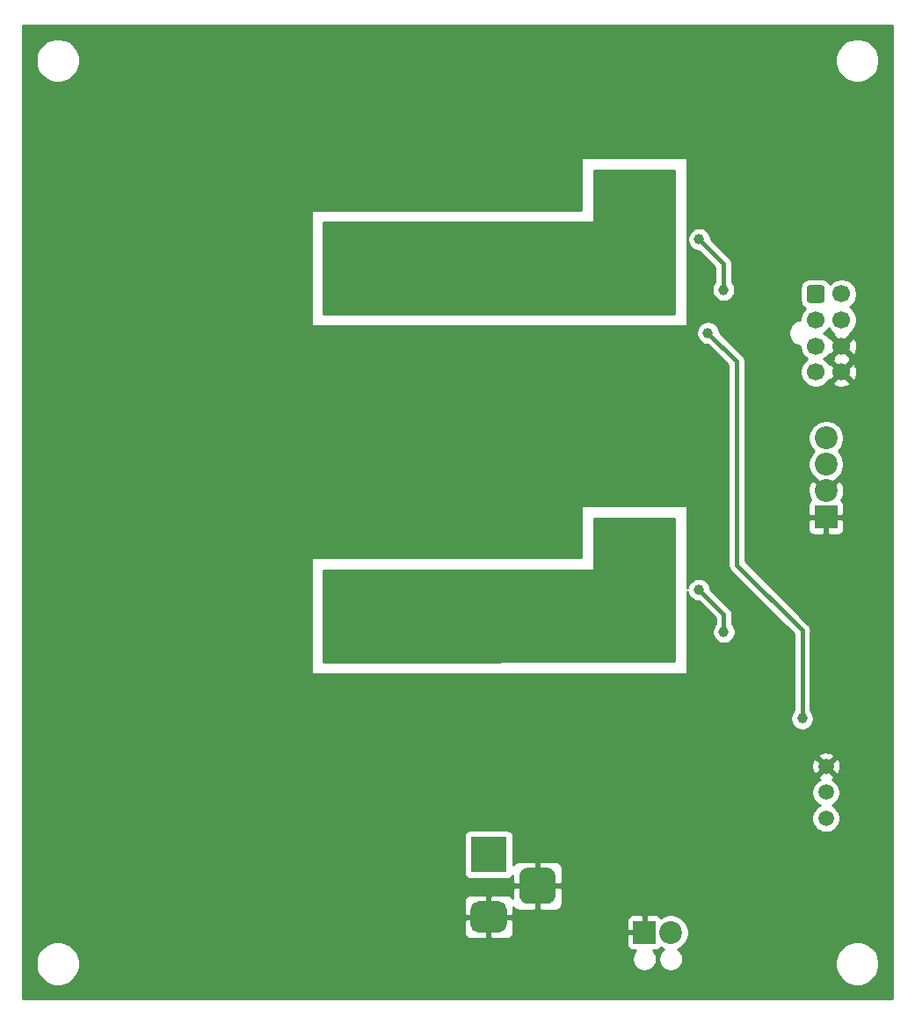
<source format=gbr>
%TF.GenerationSoftware,KiCad,Pcbnew,(5.1.8)-1*%
%TF.CreationDate,2021-03-29T18:58:24+02:00*%
%TF.ProjectId,GCM_powerSupply,47434d5f-706f-4776-9572-537570706c79,V1.0*%
%TF.SameCoordinates,PX43b5fc0PY29020c0*%
%TF.FileFunction,Copper,L2,Bot*%
%TF.FilePolarity,Positive*%
%FSLAX46Y46*%
G04 Gerber Fmt 4.6, Leading zero omitted, Abs format (unit mm)*
G04 Created by KiCad (PCBNEW (5.1.8)-1) date 2021-03-29 18:58:24*
%MOMM*%
%LPD*%
G01*
G04 APERTURE LIST*
%TA.AperFunction,ComponentPad*%
%ADD10R,2.200000X2.200000*%
%TD*%
%TA.AperFunction,ComponentPad*%
%ADD11C,2.200000*%
%TD*%
%TA.AperFunction,ComponentPad*%
%ADD12R,3.500000X3.500000*%
%TD*%
%TA.AperFunction,ComponentPad*%
%ADD13C,1.700000*%
%TD*%
%TA.AperFunction,ComponentPad*%
%ADD14C,1.500000*%
%TD*%
%TA.AperFunction,ViaPad*%
%ADD15C,1.000000*%
%TD*%
%TA.AperFunction,Conductor*%
%ADD16C,0.400000*%
%TD*%
%TA.AperFunction,Conductor*%
%ADD17C,0.254000*%
%TD*%
%TA.AperFunction,Conductor*%
%ADD18C,0.100000*%
%TD*%
G04 APERTURE END LIST*
D10*
%TO.P,J1,1*%
%TO.N,GND*%
X60500000Y-88000000D03*
D11*
%TO.P,J1,2*%
%TO.N,Net-(D2-Pad2)*%
X63040000Y-88000000D03*
%TD*%
D12*
%TO.P,J2,1*%
%TO.N,Net-(D1-Pad2)*%
X45500000Y-80500000D03*
%TO.P,J2,2*%
%TO.N,GND*%
%TA.AperFunction,ComponentPad*%
G36*
G01*
X46500000Y-88000000D02*
X44500000Y-88000000D01*
G75*
G02*
X43750000Y-87250000I0J750000D01*
G01*
X43750000Y-85750000D01*
G75*
G02*
X44500000Y-85000000I750000J0D01*
G01*
X46500000Y-85000000D01*
G75*
G02*
X47250000Y-85750000I0J-750000D01*
G01*
X47250000Y-87250000D01*
G75*
G02*
X46500000Y-88000000I-750000J0D01*
G01*
G37*
%TD.AperFunction*%
%TO.P,J2,3*%
%TA.AperFunction,ComponentPad*%
G36*
G01*
X51075000Y-85250000D02*
X49325000Y-85250000D01*
G75*
G02*
X48450000Y-84375000I0J875000D01*
G01*
X48450000Y-82625000D01*
G75*
G02*
X49325000Y-81750000I875000J0D01*
G01*
X51075000Y-81750000D01*
G75*
G02*
X51950000Y-82625000I0J-875000D01*
G01*
X51950000Y-84375000D01*
G75*
G02*
X51075000Y-85250000I-875000J0D01*
G01*
G37*
%TD.AperFunction*%
%TD*%
%TO.P,J3,1*%
%TO.N,+12V*%
%TA.AperFunction,ComponentPad*%
G36*
G01*
X76150000Y-27100000D02*
X76150000Y-25900000D01*
G75*
G02*
X76400000Y-25650000I250000J0D01*
G01*
X77600000Y-25650000D01*
G75*
G02*
X77850000Y-25900000I0J-250000D01*
G01*
X77850000Y-27100000D01*
G75*
G02*
X77600000Y-27350000I-250000J0D01*
G01*
X76400000Y-27350000D01*
G75*
G02*
X76150000Y-27100000I0J250000D01*
G01*
G37*
%TD.AperFunction*%
D13*
%TO.P,J3,2*%
X77000000Y-29000000D03*
%TO.P,J3,3*%
%TO.N,+5V*%
X77000000Y-31500000D03*
%TO.P,J3,4*%
X77000000Y-34000000D03*
%TO.P,J3,5*%
%TO.N,+3V3*%
X79500000Y-26500000D03*
%TO.P,J3,6*%
X79500000Y-29000000D03*
%TO.P,J3,7*%
%TO.N,GND*%
X79500000Y-31500000D03*
%TO.P,J3,8*%
X79500000Y-34000000D03*
%TD*%
D10*
%TO.P,J4,1*%
%TO.N,GND*%
X78000000Y-48000000D03*
D11*
%TO.P,J4,2*%
X78000000Y-45460000D03*
%TO.P,J4,3*%
%TO.N,+3V3*%
X78000000Y-42920000D03*
%TO.P,J4,4*%
%TO.N,+5V*%
X78000000Y-40380000D03*
%TD*%
D14*
%TO.P,SW1,1*%
%TO.N,VCC*%
X78000000Y-77000000D03*
%TO.P,SW1,2*%
%TO.N,/EN*%
X78000000Y-74500000D03*
%TO.P,SW1,3*%
%TO.N,GND*%
X78000000Y-72000000D03*
%TD*%
D15*
%TO.N,GND*%
X53500000Y-50000000D03*
X52000000Y-50000000D03*
X50500000Y-50000000D03*
X49000000Y-50000000D03*
X47500000Y-50000000D03*
X46000000Y-50000000D03*
X47500000Y-42000000D03*
X47500000Y-46000000D03*
X53000000Y-16000000D03*
X51500000Y-16000000D03*
X50000000Y-16000000D03*
X48500000Y-16000000D03*
X47000000Y-16000000D03*
X48000000Y-12500000D03*
X48000000Y-8500000D03*
X48000000Y-4500000D03*
%TO.N,Net-(C7-Pad1)*%
X59600000Y-50010000D03*
X31500000Y-60500000D03*
X32500000Y-60500000D03*
X33500000Y-60500000D03*
X34500000Y-60500000D03*
X35500000Y-60500000D03*
X59500000Y-55000000D03*
X58500000Y-55000000D03*
X57500000Y-55000000D03*
%TO.N,Net-(C8-Pad1)*%
X59500000Y-21500000D03*
X58500000Y-21500000D03*
X57500000Y-21500000D03*
X31500000Y-27000000D03*
X32500000Y-27000000D03*
X33500000Y-27000000D03*
X34500000Y-27000000D03*
X35500000Y-27000000D03*
X60030000Y-16480000D03*
%TO.N,/EN*%
X75700000Y-67390000D03*
X66630000Y-30240000D03*
%TO.N,Net-(R1-Pad2)*%
X65750000Y-54990000D03*
X68150000Y-59050000D03*
%TO.N,Net-(R2-Pad2)*%
X68120000Y-26090000D03*
X65780000Y-21230000D03*
%TD*%
D16*
%TO.N,/EN*%
X75700000Y-67390000D02*
X75700000Y-58890000D01*
X75700000Y-58890000D02*
X69390000Y-52580000D01*
X69390000Y-33000000D02*
X66630000Y-30240000D01*
X69390000Y-52580000D02*
X69390000Y-33000000D01*
%TO.N,Net-(R1-Pad2)*%
X68150000Y-57390000D02*
X68150000Y-59050000D01*
X65750000Y-54990000D02*
X68150000Y-57390000D01*
%TO.N,Net-(R2-Pad2)*%
X68120000Y-26090000D02*
X68120000Y-23570000D01*
X65780000Y-21230000D02*
X68120000Y-23570000D01*
%TD*%
D17*
%TO.N,Net-(C7-Pad1)*%
X63373000Y-61873084D02*
X29627000Y-61895287D01*
X29627000Y-53127000D01*
X55500000Y-53127000D01*
X55524776Y-53124560D01*
X55548601Y-53117333D01*
X55570557Y-53105597D01*
X55589803Y-53089803D01*
X55605597Y-53070557D01*
X55617333Y-53048601D01*
X55624560Y-53024776D01*
X55627000Y-53000000D01*
X55627000Y-48127000D01*
X63373000Y-48127000D01*
X63373000Y-61873084D01*
%TA.AperFunction,Conductor*%
D18*
G36*
X63373000Y-61873084D02*
G01*
X29627000Y-61895287D01*
X29627000Y-53127000D01*
X55500000Y-53127000D01*
X55524776Y-53124560D01*
X55548601Y-53117333D01*
X55570557Y-53105597D01*
X55589803Y-53089803D01*
X55605597Y-53070557D01*
X55617333Y-53048601D01*
X55624560Y-53024776D01*
X55627000Y-53000000D01*
X55627000Y-48127000D01*
X63373000Y-48127000D01*
X63373000Y-61873084D01*
G37*
%TD.AperFunction*%
%TD*%
D17*
%TO.N,Net-(C8-Pad1)*%
X63373000Y-28373084D02*
X29627000Y-28395287D01*
X29627000Y-19627000D01*
X55500000Y-19627000D01*
X55524776Y-19624560D01*
X55548601Y-19617333D01*
X55570557Y-19605597D01*
X55589803Y-19589803D01*
X55605597Y-19570557D01*
X55617333Y-19548601D01*
X55624560Y-19524776D01*
X55627000Y-19500000D01*
X55627000Y-14627000D01*
X63373000Y-14627000D01*
X63373000Y-28373084D01*
%TA.AperFunction,Conductor*%
D18*
G36*
X63373000Y-28373084D02*
G01*
X29627000Y-28395287D01*
X29627000Y-19627000D01*
X55500000Y-19627000D01*
X55524776Y-19624560D01*
X55548601Y-19617333D01*
X55570557Y-19605597D01*
X55589803Y-19589803D01*
X55605597Y-19570557D01*
X55617333Y-19548601D01*
X55624560Y-19524776D01*
X55627000Y-19500000D01*
X55627000Y-14627000D01*
X63373000Y-14627000D01*
X63373000Y-28373084D01*
G37*
%TD.AperFunction*%
%TD*%
D17*
%TO.N,GND*%
X84340001Y-90967572D02*
X84340000Y-90967582D01*
X84340001Y-94340000D01*
X660000Y-94340000D01*
X660000Y-90789721D01*
X1865000Y-90789721D01*
X1865000Y-91210279D01*
X1947047Y-91622756D01*
X2107988Y-92011302D01*
X2341637Y-92360983D01*
X2639017Y-92658363D01*
X2988698Y-92892012D01*
X3377244Y-93052953D01*
X3789721Y-93135000D01*
X4210279Y-93135000D01*
X4622756Y-93052953D01*
X5011302Y-92892012D01*
X5360983Y-92658363D01*
X5658363Y-92360983D01*
X5892012Y-92011302D01*
X6052953Y-91622756D01*
X6135000Y-91210279D01*
X6135000Y-90789721D01*
X6052953Y-90377244D01*
X5892012Y-89988698D01*
X5658363Y-89639017D01*
X5360983Y-89341637D01*
X5011302Y-89107988D01*
X4992018Y-89100000D01*
X58761928Y-89100000D01*
X58774188Y-89224482D01*
X58810498Y-89344180D01*
X58869463Y-89454494D01*
X58948815Y-89551185D01*
X59045506Y-89630537D01*
X59155820Y-89689502D01*
X59275518Y-89725812D01*
X59400000Y-89738072D01*
X59626940Y-89737216D01*
X59579550Y-89784606D01*
X59449866Y-89978692D01*
X59360539Y-90194348D01*
X59315000Y-90423288D01*
X59315000Y-90656712D01*
X59360539Y-90885652D01*
X59449866Y-91101308D01*
X59579550Y-91295394D01*
X59744606Y-91460450D01*
X59938692Y-91590134D01*
X60154348Y-91679461D01*
X60383288Y-91725000D01*
X60616712Y-91725000D01*
X60845652Y-91679461D01*
X61061308Y-91590134D01*
X61255394Y-91460450D01*
X61420450Y-91295394D01*
X61550134Y-91101308D01*
X61639461Y-90885652D01*
X61685000Y-90656712D01*
X61685000Y-90423288D01*
X61639461Y-90194348D01*
X61550134Y-89978692D01*
X61420450Y-89784606D01*
X61373060Y-89737216D01*
X61600000Y-89738072D01*
X61724482Y-89725812D01*
X61844180Y-89689502D01*
X61954494Y-89630537D01*
X62051185Y-89551185D01*
X62117557Y-89470310D01*
X62218169Y-89537537D01*
X62334952Y-89585910D01*
X62284606Y-89619550D01*
X62119550Y-89784606D01*
X61989866Y-89978692D01*
X61900539Y-90194348D01*
X61855000Y-90423288D01*
X61855000Y-90656712D01*
X61900539Y-90885652D01*
X61989866Y-91101308D01*
X62119550Y-91295394D01*
X62284606Y-91460450D01*
X62478692Y-91590134D01*
X62694348Y-91679461D01*
X62923288Y-91725000D01*
X63156712Y-91725000D01*
X63385652Y-91679461D01*
X63601308Y-91590134D01*
X63795394Y-91460450D01*
X63960450Y-91295394D01*
X64090134Y-91101308D01*
X64179461Y-90885652D01*
X64198542Y-90789721D01*
X78865000Y-90789721D01*
X78865000Y-91210279D01*
X78947047Y-91622756D01*
X79107988Y-92011302D01*
X79341637Y-92360983D01*
X79639017Y-92658363D01*
X79988698Y-92892012D01*
X80377244Y-93052953D01*
X80789721Y-93135000D01*
X81210279Y-93135000D01*
X81622756Y-93052953D01*
X82011302Y-92892012D01*
X82360983Y-92658363D01*
X82658363Y-92360983D01*
X82892012Y-92011302D01*
X83052953Y-91622756D01*
X83135000Y-91210279D01*
X83135000Y-90789721D01*
X83052953Y-90377244D01*
X82892012Y-89988698D01*
X82658363Y-89639017D01*
X82360983Y-89341637D01*
X82011302Y-89107988D01*
X81622756Y-88947047D01*
X81210279Y-88865000D01*
X80789721Y-88865000D01*
X80377244Y-88947047D01*
X79988698Y-89107988D01*
X79639017Y-89341637D01*
X79341637Y-89639017D01*
X79107988Y-89988698D01*
X78947047Y-90377244D01*
X78865000Y-90789721D01*
X64198542Y-90789721D01*
X64225000Y-90656712D01*
X64225000Y-90423288D01*
X64179461Y-90194348D01*
X64090134Y-89978692D01*
X63960450Y-89784606D01*
X63795394Y-89619550D01*
X63745048Y-89585910D01*
X63861831Y-89537537D01*
X64145998Y-89347663D01*
X64387663Y-89105998D01*
X64577537Y-88821831D01*
X64708325Y-88506081D01*
X64775000Y-88170883D01*
X64775000Y-87829117D01*
X64708325Y-87493919D01*
X64577537Y-87178169D01*
X64387663Y-86894002D01*
X64145998Y-86652337D01*
X63861831Y-86462463D01*
X63546081Y-86331675D01*
X63210883Y-86265000D01*
X62869117Y-86265000D01*
X62533919Y-86331675D01*
X62218169Y-86462463D01*
X62117557Y-86529690D01*
X62051185Y-86448815D01*
X61954494Y-86369463D01*
X61844180Y-86310498D01*
X61724482Y-86274188D01*
X61600000Y-86261928D01*
X60785750Y-86265000D01*
X60627000Y-86423750D01*
X60627000Y-87873000D01*
X60647000Y-87873000D01*
X60647000Y-88127000D01*
X60627000Y-88127000D01*
X60627000Y-88147000D01*
X60373000Y-88147000D01*
X60373000Y-88127000D01*
X58923750Y-88127000D01*
X58765000Y-88285750D01*
X58761928Y-89100000D01*
X4992018Y-89100000D01*
X4622756Y-88947047D01*
X4210279Y-88865000D01*
X3789721Y-88865000D01*
X3377244Y-88947047D01*
X2988698Y-89107988D01*
X2639017Y-89341637D01*
X2341637Y-89639017D01*
X2107988Y-89988698D01*
X1947047Y-90377244D01*
X1865000Y-90789721D01*
X660000Y-90789721D01*
X660000Y-88000000D01*
X43111928Y-88000000D01*
X43124188Y-88124482D01*
X43160498Y-88244180D01*
X43219463Y-88354494D01*
X43298815Y-88451185D01*
X43395506Y-88530537D01*
X43505820Y-88589502D01*
X43625518Y-88625812D01*
X43750000Y-88638072D01*
X45214250Y-88635000D01*
X45373000Y-88476250D01*
X45373000Y-86627000D01*
X45627000Y-86627000D01*
X45627000Y-88476250D01*
X45785750Y-88635000D01*
X47250000Y-88638072D01*
X47374482Y-88625812D01*
X47494180Y-88589502D01*
X47604494Y-88530537D01*
X47701185Y-88451185D01*
X47780537Y-88354494D01*
X47839502Y-88244180D01*
X47875812Y-88124482D01*
X47888072Y-88000000D01*
X47885290Y-86900000D01*
X58761928Y-86900000D01*
X58765000Y-87714250D01*
X58923750Y-87873000D01*
X60373000Y-87873000D01*
X60373000Y-86423750D01*
X60214250Y-86265000D01*
X59400000Y-86261928D01*
X59275518Y-86274188D01*
X59155820Y-86310498D01*
X59045506Y-86369463D01*
X58948815Y-86448815D01*
X58869463Y-86545506D01*
X58810498Y-86655820D01*
X58774188Y-86775518D01*
X58761928Y-86900000D01*
X47885290Y-86900000D01*
X47885000Y-86785750D01*
X47726250Y-86627000D01*
X45627000Y-86627000D01*
X45373000Y-86627000D01*
X43273750Y-86627000D01*
X43115000Y-86785750D01*
X43111928Y-88000000D01*
X660000Y-88000000D01*
X660000Y-85000000D01*
X43111928Y-85000000D01*
X43115000Y-86214250D01*
X43273750Y-86373000D01*
X45373000Y-86373000D01*
X45373000Y-84523750D01*
X45627000Y-84523750D01*
X45627000Y-86373000D01*
X47726250Y-86373000D01*
X47885000Y-86214250D01*
X47886698Y-85543195D01*
X47919463Y-85604494D01*
X47998815Y-85701185D01*
X48095506Y-85780537D01*
X48205820Y-85839502D01*
X48325518Y-85875812D01*
X48450000Y-85888072D01*
X49914250Y-85885000D01*
X50073000Y-85726250D01*
X50073000Y-83627000D01*
X50327000Y-83627000D01*
X50327000Y-85726250D01*
X50485750Y-85885000D01*
X51950000Y-85888072D01*
X52074482Y-85875812D01*
X52194180Y-85839502D01*
X52304494Y-85780537D01*
X52401185Y-85701185D01*
X52480537Y-85604494D01*
X52539502Y-85494180D01*
X52575812Y-85374482D01*
X52588072Y-85250000D01*
X52585000Y-83785750D01*
X52426250Y-83627000D01*
X50327000Y-83627000D01*
X50073000Y-83627000D01*
X47973750Y-83627000D01*
X47815000Y-83785750D01*
X47813069Y-84706367D01*
X47780537Y-84645506D01*
X47701185Y-84548815D01*
X47604494Y-84469463D01*
X47494180Y-84410498D01*
X47374482Y-84374188D01*
X47250000Y-84361928D01*
X45785750Y-84365000D01*
X45627000Y-84523750D01*
X45373000Y-84523750D01*
X45214250Y-84365000D01*
X43750000Y-84361928D01*
X43625518Y-84374188D01*
X43505820Y-84410498D01*
X43395506Y-84469463D01*
X43298815Y-84548815D01*
X43219463Y-84645506D01*
X43160498Y-84755820D01*
X43124188Y-84875518D01*
X43111928Y-85000000D01*
X660000Y-85000000D01*
X660000Y-78750000D01*
X43111928Y-78750000D01*
X43111928Y-82250000D01*
X43124188Y-82374482D01*
X43160498Y-82494180D01*
X43219463Y-82604494D01*
X43298815Y-82701185D01*
X43395506Y-82780537D01*
X43505820Y-82839502D01*
X43625518Y-82875812D01*
X43750000Y-82888072D01*
X47250000Y-82888072D01*
X47374482Y-82875812D01*
X47494180Y-82839502D01*
X47604494Y-82780537D01*
X47701185Y-82701185D01*
X47780537Y-82604494D01*
X47813591Y-82542655D01*
X47815000Y-83214250D01*
X47973750Y-83373000D01*
X50073000Y-83373000D01*
X50073000Y-81273750D01*
X50327000Y-81273750D01*
X50327000Y-83373000D01*
X52426250Y-83373000D01*
X52585000Y-83214250D01*
X52588072Y-81750000D01*
X52575812Y-81625518D01*
X52539502Y-81505820D01*
X52480537Y-81395506D01*
X52401185Y-81298815D01*
X52304494Y-81219463D01*
X52194180Y-81160498D01*
X52074482Y-81124188D01*
X51950000Y-81111928D01*
X50485750Y-81115000D01*
X50327000Y-81273750D01*
X50073000Y-81273750D01*
X49914250Y-81115000D01*
X48450000Y-81111928D01*
X48325518Y-81124188D01*
X48205820Y-81160498D01*
X48095506Y-81219463D01*
X47998815Y-81298815D01*
X47919463Y-81395506D01*
X47888072Y-81454233D01*
X47888072Y-78750000D01*
X47875812Y-78625518D01*
X47839502Y-78505820D01*
X47780537Y-78395506D01*
X47701185Y-78298815D01*
X47604494Y-78219463D01*
X47494180Y-78160498D01*
X47374482Y-78124188D01*
X47250000Y-78111928D01*
X43750000Y-78111928D01*
X43625518Y-78124188D01*
X43505820Y-78160498D01*
X43395506Y-78219463D01*
X43298815Y-78298815D01*
X43219463Y-78395506D01*
X43160498Y-78505820D01*
X43124188Y-78625518D01*
X43111928Y-78750000D01*
X660000Y-78750000D01*
X660000Y-74363589D01*
X76615000Y-74363589D01*
X76615000Y-74636411D01*
X76668225Y-74903989D01*
X76772629Y-75156043D01*
X76924201Y-75382886D01*
X77117114Y-75575799D01*
X77343957Y-75727371D01*
X77398588Y-75750000D01*
X77343957Y-75772629D01*
X77117114Y-75924201D01*
X76924201Y-76117114D01*
X76772629Y-76343957D01*
X76668225Y-76596011D01*
X76615000Y-76863589D01*
X76615000Y-77136411D01*
X76668225Y-77403989D01*
X76772629Y-77656043D01*
X76924201Y-77882886D01*
X77117114Y-78075799D01*
X77343957Y-78227371D01*
X77596011Y-78331775D01*
X77863589Y-78385000D01*
X78136411Y-78385000D01*
X78403989Y-78331775D01*
X78656043Y-78227371D01*
X78882886Y-78075799D01*
X79075799Y-77882886D01*
X79227371Y-77656043D01*
X79331775Y-77403989D01*
X79385000Y-77136411D01*
X79385000Y-76863589D01*
X79331775Y-76596011D01*
X79227371Y-76343957D01*
X79075799Y-76117114D01*
X78882886Y-75924201D01*
X78656043Y-75772629D01*
X78601412Y-75750000D01*
X78656043Y-75727371D01*
X78882886Y-75575799D01*
X79075799Y-75382886D01*
X79227371Y-75156043D01*
X79331775Y-74903989D01*
X79385000Y-74636411D01*
X79385000Y-74363589D01*
X79331775Y-74096011D01*
X79227371Y-73843957D01*
X79075799Y-73617114D01*
X78882886Y-73424201D01*
X78656043Y-73272629D01*
X78606574Y-73252139D01*
X78711863Y-73195860D01*
X78777388Y-72956993D01*
X78000000Y-72179605D01*
X77222612Y-72956993D01*
X77288137Y-73195860D01*
X77401201Y-73248918D01*
X77343957Y-73272629D01*
X77117114Y-73424201D01*
X76924201Y-73617114D01*
X76772629Y-73843957D01*
X76668225Y-74096011D01*
X76615000Y-74363589D01*
X660000Y-74363589D01*
X660000Y-72072492D01*
X76610188Y-72072492D01*
X76651035Y-72342238D01*
X76743723Y-72598832D01*
X76804140Y-72711863D01*
X77043007Y-72777388D01*
X77820395Y-72000000D01*
X78179605Y-72000000D01*
X78956993Y-72777388D01*
X79195860Y-72711863D01*
X79311760Y-72464884D01*
X79377250Y-72200040D01*
X79389812Y-71927508D01*
X79348965Y-71657762D01*
X79256277Y-71401168D01*
X79195860Y-71288137D01*
X78956993Y-71222612D01*
X78179605Y-72000000D01*
X77820395Y-72000000D01*
X77043007Y-71222612D01*
X76804140Y-71288137D01*
X76688240Y-71535116D01*
X76622750Y-71799960D01*
X76610188Y-72072492D01*
X660000Y-72072492D01*
X660000Y-71043007D01*
X77222612Y-71043007D01*
X78000000Y-71820395D01*
X78777388Y-71043007D01*
X78711863Y-70804140D01*
X78464884Y-70688240D01*
X78200040Y-70622750D01*
X77927508Y-70610188D01*
X77657762Y-70651035D01*
X77401168Y-70743723D01*
X77288137Y-70804140D01*
X77222612Y-71043007D01*
X660000Y-71043007D01*
X660000Y-52000000D01*
X28373000Y-52000000D01*
X28373000Y-63000000D01*
X28375440Y-63024776D01*
X28382667Y-63048601D01*
X28394403Y-63070557D01*
X28410197Y-63089803D01*
X28429443Y-63105597D01*
X28451399Y-63117333D01*
X28475224Y-63124560D01*
X28500000Y-63127000D01*
X64500000Y-63127000D01*
X64524776Y-63124560D01*
X64548601Y-63117333D01*
X64570557Y-63105597D01*
X64589803Y-63089803D01*
X64605597Y-63070557D01*
X64617333Y-63048601D01*
X64624560Y-63024776D01*
X64627000Y-63000000D01*
X64627000Y-55162116D01*
X64658617Y-55321067D01*
X64744176Y-55527624D01*
X64868388Y-55713520D01*
X65026480Y-55871612D01*
X65212376Y-55995824D01*
X65418933Y-56081383D01*
X65638212Y-56125000D01*
X65704133Y-56125000D01*
X67315000Y-57735869D01*
X67315001Y-58279867D01*
X67268388Y-58326480D01*
X67144176Y-58512376D01*
X67058617Y-58718933D01*
X67015000Y-58938212D01*
X67015000Y-59161788D01*
X67058617Y-59381067D01*
X67144176Y-59587624D01*
X67268388Y-59773520D01*
X67426480Y-59931612D01*
X67612376Y-60055824D01*
X67818933Y-60141383D01*
X68038212Y-60185000D01*
X68261788Y-60185000D01*
X68481067Y-60141383D01*
X68687624Y-60055824D01*
X68873520Y-59931612D01*
X69031612Y-59773520D01*
X69155824Y-59587624D01*
X69241383Y-59381067D01*
X69285000Y-59161788D01*
X69285000Y-58938212D01*
X69241383Y-58718933D01*
X69155824Y-58512376D01*
X69031612Y-58326480D01*
X68985000Y-58279868D01*
X68985000Y-57431018D01*
X68989040Y-57390000D01*
X68972918Y-57226312D01*
X68925172Y-57068913D01*
X68847636Y-56923854D01*
X68743291Y-56796709D01*
X68711433Y-56770564D01*
X66885000Y-54944133D01*
X66885000Y-54878212D01*
X66841383Y-54658933D01*
X66755824Y-54452376D01*
X66631612Y-54266480D01*
X66473520Y-54108388D01*
X66287624Y-53984176D01*
X66081067Y-53898617D01*
X65861788Y-53855000D01*
X65638212Y-53855000D01*
X65418933Y-53898617D01*
X65212376Y-53984176D01*
X65026480Y-54108388D01*
X64868388Y-54266480D01*
X64744176Y-54452376D01*
X64658617Y-54658933D01*
X64627000Y-54817884D01*
X64627000Y-47000000D01*
X64624560Y-46975224D01*
X64617333Y-46951399D01*
X64605597Y-46929443D01*
X64589803Y-46910197D01*
X64570557Y-46894403D01*
X64548601Y-46882667D01*
X64524776Y-46875440D01*
X64500000Y-46873000D01*
X54500000Y-46873000D01*
X54475224Y-46875440D01*
X54451399Y-46882667D01*
X54429443Y-46894403D01*
X54410197Y-46910197D01*
X54394403Y-46929443D01*
X54382667Y-46951399D01*
X54375440Y-46975224D01*
X54373000Y-47000000D01*
X54373000Y-51873000D01*
X28500000Y-51873000D01*
X28475224Y-51875440D01*
X28451399Y-51882667D01*
X28429443Y-51894403D01*
X28410197Y-51910197D01*
X28394403Y-51929443D01*
X28382667Y-51951399D01*
X28375440Y-51975224D01*
X28373000Y-52000000D01*
X660000Y-52000000D01*
X660000Y-30128212D01*
X65495000Y-30128212D01*
X65495000Y-30351788D01*
X65538617Y-30571067D01*
X65624176Y-30777624D01*
X65748388Y-30963520D01*
X65906480Y-31121612D01*
X66092376Y-31245824D01*
X66298933Y-31331383D01*
X66518212Y-31375000D01*
X66584133Y-31375000D01*
X68555001Y-33345869D01*
X68555000Y-52538982D01*
X68550960Y-52580000D01*
X68555000Y-52621018D01*
X68567082Y-52743688D01*
X68614828Y-52901086D01*
X68692364Y-53046145D01*
X68796709Y-53173291D01*
X68828579Y-53199446D01*
X74865001Y-59235870D01*
X74865000Y-66619868D01*
X74818388Y-66666480D01*
X74694176Y-66852376D01*
X74608617Y-67058933D01*
X74565000Y-67278212D01*
X74565000Y-67501788D01*
X74608617Y-67721067D01*
X74694176Y-67927624D01*
X74818388Y-68113520D01*
X74976480Y-68271612D01*
X75162376Y-68395824D01*
X75368933Y-68481383D01*
X75588212Y-68525000D01*
X75811788Y-68525000D01*
X76031067Y-68481383D01*
X76237624Y-68395824D01*
X76423520Y-68271612D01*
X76581612Y-68113520D01*
X76705824Y-67927624D01*
X76791383Y-67721067D01*
X76835000Y-67501788D01*
X76835000Y-67278212D01*
X76791383Y-67058933D01*
X76705824Y-66852376D01*
X76581612Y-66666480D01*
X76535000Y-66619868D01*
X76535000Y-58931018D01*
X76539040Y-58890000D01*
X76522918Y-58726312D01*
X76475172Y-58568913D01*
X76444952Y-58512376D01*
X76397636Y-58423854D01*
X76293291Y-58296709D01*
X76261432Y-58270563D01*
X70225000Y-52234133D01*
X70225000Y-49100000D01*
X76261928Y-49100000D01*
X76274188Y-49224482D01*
X76310498Y-49344180D01*
X76369463Y-49454494D01*
X76448815Y-49551185D01*
X76545506Y-49630537D01*
X76655820Y-49689502D01*
X76775518Y-49725812D01*
X76900000Y-49738072D01*
X77714250Y-49735000D01*
X77873000Y-49576250D01*
X77873000Y-48127000D01*
X78127000Y-48127000D01*
X78127000Y-49576250D01*
X78285750Y-49735000D01*
X79100000Y-49738072D01*
X79224482Y-49725812D01*
X79344180Y-49689502D01*
X79454494Y-49630537D01*
X79551185Y-49551185D01*
X79630537Y-49454494D01*
X79689502Y-49344180D01*
X79725812Y-49224482D01*
X79738072Y-49100000D01*
X79735000Y-48285750D01*
X79576250Y-48127000D01*
X78127000Y-48127000D01*
X77873000Y-48127000D01*
X76423750Y-48127000D01*
X76265000Y-48285750D01*
X76261928Y-49100000D01*
X70225000Y-49100000D01*
X70225000Y-45518639D01*
X76257591Y-45518639D01*
X76302511Y-45857439D01*
X76412664Y-46180966D01*
X76518662Y-46379274D01*
X76528733Y-46383228D01*
X76448815Y-46448815D01*
X76369463Y-46545506D01*
X76310498Y-46655820D01*
X76274188Y-46775518D01*
X76261928Y-46900000D01*
X76265000Y-47714250D01*
X76423750Y-47873000D01*
X77873000Y-47873000D01*
X77873000Y-47853000D01*
X78127000Y-47853000D01*
X78127000Y-47873000D01*
X79576250Y-47873000D01*
X79735000Y-47714250D01*
X79738072Y-46900000D01*
X79725812Y-46775518D01*
X79689502Y-46655820D01*
X79630537Y-46545506D01*
X79551185Y-46448815D01*
X79471267Y-46383228D01*
X79481338Y-46379274D01*
X79632216Y-46072616D01*
X79720369Y-45742415D01*
X79742409Y-45401361D01*
X79697489Y-45062561D01*
X79587336Y-44739034D01*
X79481338Y-44540726D01*
X79206712Y-44432893D01*
X78179605Y-45460000D01*
X78193748Y-45474143D01*
X78014143Y-45653748D01*
X78000000Y-45639605D01*
X77985858Y-45653748D01*
X77806253Y-45474143D01*
X77820395Y-45460000D01*
X76793288Y-44432893D01*
X76518662Y-44540726D01*
X76367784Y-44847384D01*
X76279631Y-45177585D01*
X76257591Y-45518639D01*
X70225000Y-45518639D01*
X70225000Y-40209117D01*
X76265000Y-40209117D01*
X76265000Y-40550883D01*
X76331675Y-40886081D01*
X76462463Y-41201831D01*
X76652337Y-41485998D01*
X76816339Y-41650000D01*
X76652337Y-41814002D01*
X76462463Y-42098169D01*
X76331675Y-42413919D01*
X76265000Y-42749117D01*
X76265000Y-43090883D01*
X76331675Y-43426081D01*
X76462463Y-43741831D01*
X76652337Y-44025998D01*
X76894002Y-44267663D01*
X77175074Y-44455469D01*
X78000000Y-45280395D01*
X78824926Y-44455469D01*
X79105998Y-44267663D01*
X79347663Y-44025998D01*
X79537537Y-43741831D01*
X79668325Y-43426081D01*
X79735000Y-43090883D01*
X79735000Y-42749117D01*
X79668325Y-42413919D01*
X79537537Y-42098169D01*
X79347663Y-41814002D01*
X79183661Y-41650000D01*
X79347663Y-41485998D01*
X79537537Y-41201831D01*
X79668325Y-40886081D01*
X79735000Y-40550883D01*
X79735000Y-40209117D01*
X79668325Y-39873919D01*
X79537537Y-39558169D01*
X79347663Y-39274002D01*
X79105998Y-39032337D01*
X78821831Y-38842463D01*
X78506081Y-38711675D01*
X78170883Y-38645000D01*
X77829117Y-38645000D01*
X77493919Y-38711675D01*
X77178169Y-38842463D01*
X76894002Y-39032337D01*
X76652337Y-39274002D01*
X76462463Y-39558169D01*
X76331675Y-39873919D01*
X76265000Y-40209117D01*
X70225000Y-40209117D01*
X70225000Y-33041007D01*
X70229039Y-32999999D01*
X70225000Y-32958991D01*
X70225000Y-32958981D01*
X70212918Y-32836311D01*
X70165172Y-32678913D01*
X70087636Y-32533854D01*
X69983291Y-32406709D01*
X69951427Y-32380559D01*
X67765000Y-30194133D01*
X67765000Y-30128212D01*
X67764051Y-30123439D01*
X74375000Y-30123439D01*
X74375000Y-30376561D01*
X74424381Y-30624821D01*
X74521247Y-30858676D01*
X74661875Y-31069140D01*
X74840860Y-31248125D01*
X75051324Y-31388753D01*
X75285179Y-31485619D01*
X75515000Y-31531332D01*
X75515000Y-31646260D01*
X75572068Y-31933158D01*
X75684010Y-32203411D01*
X75846525Y-32446632D01*
X76053368Y-32653475D01*
X76197828Y-32750000D01*
X76053368Y-32846525D01*
X75846525Y-33053368D01*
X75684010Y-33296589D01*
X75572068Y-33566842D01*
X75515000Y-33853740D01*
X75515000Y-34146260D01*
X75572068Y-34433158D01*
X75684010Y-34703411D01*
X75846525Y-34946632D01*
X76053368Y-35153475D01*
X76296589Y-35315990D01*
X76566842Y-35427932D01*
X76853740Y-35485000D01*
X77146260Y-35485000D01*
X77433158Y-35427932D01*
X77703411Y-35315990D01*
X77946632Y-35153475D01*
X78071710Y-35028397D01*
X78651208Y-35028397D01*
X78728843Y-35277472D01*
X78992883Y-35403371D01*
X79276411Y-35475339D01*
X79568531Y-35490611D01*
X79858019Y-35448599D01*
X80133747Y-35350919D01*
X80271157Y-35277472D01*
X80348792Y-35028397D01*
X79500000Y-34179605D01*
X78651208Y-35028397D01*
X78071710Y-35028397D01*
X78153475Y-34946632D01*
X78262416Y-34783590D01*
X78471603Y-34848792D01*
X79320395Y-34000000D01*
X79679605Y-34000000D01*
X80528397Y-34848792D01*
X80777472Y-34771157D01*
X80903371Y-34507117D01*
X80975339Y-34223589D01*
X80990611Y-33931469D01*
X80948599Y-33641981D01*
X80850919Y-33366253D01*
X80777472Y-33228843D01*
X80528397Y-33151208D01*
X79679605Y-34000000D01*
X79320395Y-34000000D01*
X78471603Y-33151208D01*
X78262416Y-33216410D01*
X78153475Y-33053368D01*
X77946632Y-32846525D01*
X77802172Y-32750000D01*
X77946632Y-32653475D01*
X78071710Y-32528397D01*
X78651208Y-32528397D01*
X78720280Y-32750000D01*
X78651208Y-32971603D01*
X79500000Y-33820395D01*
X80348792Y-32971603D01*
X80279720Y-32750000D01*
X80348792Y-32528397D01*
X79500000Y-31679605D01*
X78651208Y-32528397D01*
X78071710Y-32528397D01*
X78153475Y-32446632D01*
X78262416Y-32283590D01*
X78471603Y-32348792D01*
X79320395Y-31500000D01*
X79679605Y-31500000D01*
X80528397Y-32348792D01*
X80777472Y-32271157D01*
X80903371Y-32007117D01*
X80975339Y-31723589D01*
X80990611Y-31431469D01*
X80948599Y-31141981D01*
X80850919Y-30866253D01*
X80777472Y-30728843D01*
X80528397Y-30651208D01*
X79679605Y-31500000D01*
X79320395Y-31500000D01*
X78471603Y-30651208D01*
X78262416Y-30716410D01*
X78153475Y-30553368D01*
X77946632Y-30346525D01*
X77802172Y-30250000D01*
X77946632Y-30153475D01*
X78153475Y-29946632D01*
X78250000Y-29802172D01*
X78346525Y-29946632D01*
X78553368Y-30153475D01*
X78716410Y-30262416D01*
X78651208Y-30471603D01*
X79500000Y-31320395D01*
X80348792Y-30471603D01*
X80283590Y-30262416D01*
X80446632Y-30153475D01*
X80653475Y-29946632D01*
X80815990Y-29703411D01*
X80927932Y-29433158D01*
X80985000Y-29146260D01*
X80985000Y-28853740D01*
X80927932Y-28566842D01*
X80815990Y-28296589D01*
X80653475Y-28053368D01*
X80446632Y-27846525D01*
X80302172Y-27750000D01*
X80446632Y-27653475D01*
X80653475Y-27446632D01*
X80815990Y-27203411D01*
X80927932Y-26933158D01*
X80985000Y-26646260D01*
X80985000Y-26353740D01*
X80927932Y-26066842D01*
X80815990Y-25796589D01*
X80653475Y-25553368D01*
X80446632Y-25346525D01*
X80203411Y-25184010D01*
X79933158Y-25072068D01*
X79646260Y-25015000D01*
X79353740Y-25015000D01*
X79066842Y-25072068D01*
X78796589Y-25184010D01*
X78553368Y-25346525D01*
X78392352Y-25507541D01*
X78338405Y-25406614D01*
X78227962Y-25272038D01*
X78093386Y-25161595D01*
X77939850Y-25079528D01*
X77773254Y-25028992D01*
X77600000Y-25011928D01*
X76400000Y-25011928D01*
X76226746Y-25028992D01*
X76060150Y-25079528D01*
X75906614Y-25161595D01*
X75772038Y-25272038D01*
X75661595Y-25406614D01*
X75579528Y-25560150D01*
X75528992Y-25726746D01*
X75511928Y-25900000D01*
X75511928Y-27100000D01*
X75528992Y-27273254D01*
X75579528Y-27439850D01*
X75661595Y-27593386D01*
X75772038Y-27727962D01*
X75906614Y-27838405D01*
X76007541Y-27892352D01*
X75846525Y-28053368D01*
X75684010Y-28296589D01*
X75572068Y-28566842D01*
X75515000Y-28853740D01*
X75515000Y-28968668D01*
X75285179Y-29014381D01*
X75051324Y-29111247D01*
X74840860Y-29251875D01*
X74661875Y-29430860D01*
X74521247Y-29641324D01*
X74424381Y-29875179D01*
X74375000Y-30123439D01*
X67764051Y-30123439D01*
X67721383Y-29908933D01*
X67635824Y-29702376D01*
X67511612Y-29516480D01*
X67353520Y-29358388D01*
X67167624Y-29234176D01*
X66961067Y-29148617D01*
X66741788Y-29105000D01*
X66518212Y-29105000D01*
X66298933Y-29148617D01*
X66092376Y-29234176D01*
X65906480Y-29358388D01*
X65748388Y-29516480D01*
X65624176Y-29702376D01*
X65538617Y-29908933D01*
X65495000Y-30128212D01*
X660000Y-30128212D01*
X660000Y-18500000D01*
X28373000Y-18500000D01*
X28373000Y-29500000D01*
X28375440Y-29524776D01*
X28382667Y-29548601D01*
X28394403Y-29570557D01*
X28410197Y-29589803D01*
X28429443Y-29605597D01*
X28451399Y-29617333D01*
X28475224Y-29624560D01*
X28500000Y-29627000D01*
X64500000Y-29627000D01*
X64524776Y-29624560D01*
X64548601Y-29617333D01*
X64570557Y-29605597D01*
X64589803Y-29589803D01*
X64605597Y-29570557D01*
X64617333Y-29548601D01*
X64624560Y-29524776D01*
X64627000Y-29500000D01*
X64627000Y-21118212D01*
X64645000Y-21118212D01*
X64645000Y-21341788D01*
X64688617Y-21561067D01*
X64774176Y-21767624D01*
X64898388Y-21953520D01*
X65056480Y-22111612D01*
X65242376Y-22235824D01*
X65448933Y-22321383D01*
X65668212Y-22365000D01*
X65734133Y-22365000D01*
X67285001Y-23915870D01*
X67285000Y-25319868D01*
X67238388Y-25366480D01*
X67114176Y-25552376D01*
X67028617Y-25758933D01*
X66985000Y-25978212D01*
X66985000Y-26201788D01*
X67028617Y-26421067D01*
X67114176Y-26627624D01*
X67238388Y-26813520D01*
X67396480Y-26971612D01*
X67582376Y-27095824D01*
X67788933Y-27181383D01*
X68008212Y-27225000D01*
X68231788Y-27225000D01*
X68451067Y-27181383D01*
X68657624Y-27095824D01*
X68843520Y-26971612D01*
X69001612Y-26813520D01*
X69125824Y-26627624D01*
X69211383Y-26421067D01*
X69255000Y-26201788D01*
X69255000Y-25978212D01*
X69211383Y-25758933D01*
X69125824Y-25552376D01*
X69001612Y-25366480D01*
X68955000Y-25319868D01*
X68955000Y-23611018D01*
X68959040Y-23570000D01*
X68942918Y-23406312D01*
X68895172Y-23248913D01*
X68817636Y-23103854D01*
X68739439Y-23008570D01*
X68739437Y-23008568D01*
X68713291Y-22976709D01*
X68681432Y-22950563D01*
X66915000Y-21184133D01*
X66915000Y-21118212D01*
X66871383Y-20898933D01*
X66785824Y-20692376D01*
X66661612Y-20506480D01*
X66503520Y-20348388D01*
X66317624Y-20224176D01*
X66111067Y-20138617D01*
X65891788Y-20095000D01*
X65668212Y-20095000D01*
X65448933Y-20138617D01*
X65242376Y-20224176D01*
X65056480Y-20348388D01*
X64898388Y-20506480D01*
X64774176Y-20692376D01*
X64688617Y-20898933D01*
X64645000Y-21118212D01*
X64627000Y-21118212D01*
X64627000Y-13500000D01*
X64624560Y-13475224D01*
X64617333Y-13451399D01*
X64605597Y-13429443D01*
X64589803Y-13410197D01*
X64570557Y-13394403D01*
X64548601Y-13382667D01*
X64524776Y-13375440D01*
X64500000Y-13373000D01*
X54500000Y-13373000D01*
X54475224Y-13375440D01*
X54451399Y-13382667D01*
X54429443Y-13394403D01*
X54410197Y-13410197D01*
X54394403Y-13429443D01*
X54382667Y-13451399D01*
X54375440Y-13475224D01*
X54373000Y-13500000D01*
X54373000Y-18373000D01*
X28500000Y-18373000D01*
X28475224Y-18375440D01*
X28451399Y-18382667D01*
X28429443Y-18394403D01*
X28410197Y-18410197D01*
X28394403Y-18429443D01*
X28382667Y-18451399D01*
X28375440Y-18475224D01*
X28373000Y-18500000D01*
X660000Y-18500000D01*
X660000Y-3789721D01*
X1865000Y-3789721D01*
X1865000Y-4210279D01*
X1947047Y-4622756D01*
X2107988Y-5011302D01*
X2341637Y-5360983D01*
X2639017Y-5658363D01*
X2988698Y-5892012D01*
X3377244Y-6052953D01*
X3789721Y-6135000D01*
X4210279Y-6135000D01*
X4622756Y-6052953D01*
X5011302Y-5892012D01*
X5360983Y-5658363D01*
X5658363Y-5360983D01*
X5892012Y-5011302D01*
X6052953Y-4622756D01*
X6135000Y-4210279D01*
X6135000Y-3789721D01*
X78865000Y-3789721D01*
X78865000Y-4210279D01*
X78947047Y-4622756D01*
X79107988Y-5011302D01*
X79341637Y-5360983D01*
X79639017Y-5658363D01*
X79988698Y-5892012D01*
X80377244Y-6052953D01*
X80789721Y-6135000D01*
X81210279Y-6135000D01*
X81622756Y-6052953D01*
X82011302Y-5892012D01*
X82360983Y-5658363D01*
X82658363Y-5360983D01*
X82892012Y-5011302D01*
X83052953Y-4622756D01*
X83135000Y-4210279D01*
X83135000Y-3789721D01*
X83052953Y-3377244D01*
X82892012Y-2988698D01*
X82658363Y-2639017D01*
X82360983Y-2341637D01*
X82011302Y-2107988D01*
X81622756Y-1947047D01*
X81210279Y-1865000D01*
X80789721Y-1865000D01*
X80377244Y-1947047D01*
X79988698Y-2107988D01*
X79639017Y-2341637D01*
X79341637Y-2639017D01*
X79107988Y-2988698D01*
X78947047Y-3377244D01*
X78865000Y-3789721D01*
X6135000Y-3789721D01*
X6052953Y-3377244D01*
X5892012Y-2988698D01*
X5658363Y-2639017D01*
X5360983Y-2341637D01*
X5011302Y-2107988D01*
X4622756Y-1947047D01*
X4210279Y-1865000D01*
X3789721Y-1865000D01*
X3377244Y-1947047D01*
X2988698Y-2107988D01*
X2639017Y-2341637D01*
X2341637Y-2639017D01*
X2107988Y-2988698D01*
X1947047Y-3377244D01*
X1865000Y-3789721D01*
X660000Y-3789721D01*
X660000Y-660000D01*
X84340000Y-660000D01*
X84340001Y-90967572D01*
%TA.AperFunction,Conductor*%
D18*
G36*
X84340001Y-90967572D02*
G01*
X84340000Y-90967582D01*
X84340001Y-94340000D01*
X660000Y-94340000D01*
X660000Y-90789721D01*
X1865000Y-90789721D01*
X1865000Y-91210279D01*
X1947047Y-91622756D01*
X2107988Y-92011302D01*
X2341637Y-92360983D01*
X2639017Y-92658363D01*
X2988698Y-92892012D01*
X3377244Y-93052953D01*
X3789721Y-93135000D01*
X4210279Y-93135000D01*
X4622756Y-93052953D01*
X5011302Y-92892012D01*
X5360983Y-92658363D01*
X5658363Y-92360983D01*
X5892012Y-92011302D01*
X6052953Y-91622756D01*
X6135000Y-91210279D01*
X6135000Y-90789721D01*
X6052953Y-90377244D01*
X5892012Y-89988698D01*
X5658363Y-89639017D01*
X5360983Y-89341637D01*
X5011302Y-89107988D01*
X4992018Y-89100000D01*
X58761928Y-89100000D01*
X58774188Y-89224482D01*
X58810498Y-89344180D01*
X58869463Y-89454494D01*
X58948815Y-89551185D01*
X59045506Y-89630537D01*
X59155820Y-89689502D01*
X59275518Y-89725812D01*
X59400000Y-89738072D01*
X59626940Y-89737216D01*
X59579550Y-89784606D01*
X59449866Y-89978692D01*
X59360539Y-90194348D01*
X59315000Y-90423288D01*
X59315000Y-90656712D01*
X59360539Y-90885652D01*
X59449866Y-91101308D01*
X59579550Y-91295394D01*
X59744606Y-91460450D01*
X59938692Y-91590134D01*
X60154348Y-91679461D01*
X60383288Y-91725000D01*
X60616712Y-91725000D01*
X60845652Y-91679461D01*
X61061308Y-91590134D01*
X61255394Y-91460450D01*
X61420450Y-91295394D01*
X61550134Y-91101308D01*
X61639461Y-90885652D01*
X61685000Y-90656712D01*
X61685000Y-90423288D01*
X61639461Y-90194348D01*
X61550134Y-89978692D01*
X61420450Y-89784606D01*
X61373060Y-89737216D01*
X61600000Y-89738072D01*
X61724482Y-89725812D01*
X61844180Y-89689502D01*
X61954494Y-89630537D01*
X62051185Y-89551185D01*
X62117557Y-89470310D01*
X62218169Y-89537537D01*
X62334952Y-89585910D01*
X62284606Y-89619550D01*
X62119550Y-89784606D01*
X61989866Y-89978692D01*
X61900539Y-90194348D01*
X61855000Y-90423288D01*
X61855000Y-90656712D01*
X61900539Y-90885652D01*
X61989866Y-91101308D01*
X62119550Y-91295394D01*
X62284606Y-91460450D01*
X62478692Y-91590134D01*
X62694348Y-91679461D01*
X62923288Y-91725000D01*
X63156712Y-91725000D01*
X63385652Y-91679461D01*
X63601308Y-91590134D01*
X63795394Y-91460450D01*
X63960450Y-91295394D01*
X64090134Y-91101308D01*
X64179461Y-90885652D01*
X64198542Y-90789721D01*
X78865000Y-90789721D01*
X78865000Y-91210279D01*
X78947047Y-91622756D01*
X79107988Y-92011302D01*
X79341637Y-92360983D01*
X79639017Y-92658363D01*
X79988698Y-92892012D01*
X80377244Y-93052953D01*
X80789721Y-93135000D01*
X81210279Y-93135000D01*
X81622756Y-93052953D01*
X82011302Y-92892012D01*
X82360983Y-92658363D01*
X82658363Y-92360983D01*
X82892012Y-92011302D01*
X83052953Y-91622756D01*
X83135000Y-91210279D01*
X83135000Y-90789721D01*
X83052953Y-90377244D01*
X82892012Y-89988698D01*
X82658363Y-89639017D01*
X82360983Y-89341637D01*
X82011302Y-89107988D01*
X81622756Y-88947047D01*
X81210279Y-88865000D01*
X80789721Y-88865000D01*
X80377244Y-88947047D01*
X79988698Y-89107988D01*
X79639017Y-89341637D01*
X79341637Y-89639017D01*
X79107988Y-89988698D01*
X78947047Y-90377244D01*
X78865000Y-90789721D01*
X64198542Y-90789721D01*
X64225000Y-90656712D01*
X64225000Y-90423288D01*
X64179461Y-90194348D01*
X64090134Y-89978692D01*
X63960450Y-89784606D01*
X63795394Y-89619550D01*
X63745048Y-89585910D01*
X63861831Y-89537537D01*
X64145998Y-89347663D01*
X64387663Y-89105998D01*
X64577537Y-88821831D01*
X64708325Y-88506081D01*
X64775000Y-88170883D01*
X64775000Y-87829117D01*
X64708325Y-87493919D01*
X64577537Y-87178169D01*
X64387663Y-86894002D01*
X64145998Y-86652337D01*
X63861831Y-86462463D01*
X63546081Y-86331675D01*
X63210883Y-86265000D01*
X62869117Y-86265000D01*
X62533919Y-86331675D01*
X62218169Y-86462463D01*
X62117557Y-86529690D01*
X62051185Y-86448815D01*
X61954494Y-86369463D01*
X61844180Y-86310498D01*
X61724482Y-86274188D01*
X61600000Y-86261928D01*
X60785750Y-86265000D01*
X60627000Y-86423750D01*
X60627000Y-87873000D01*
X60647000Y-87873000D01*
X60647000Y-88127000D01*
X60627000Y-88127000D01*
X60627000Y-88147000D01*
X60373000Y-88147000D01*
X60373000Y-88127000D01*
X58923750Y-88127000D01*
X58765000Y-88285750D01*
X58761928Y-89100000D01*
X4992018Y-89100000D01*
X4622756Y-88947047D01*
X4210279Y-88865000D01*
X3789721Y-88865000D01*
X3377244Y-88947047D01*
X2988698Y-89107988D01*
X2639017Y-89341637D01*
X2341637Y-89639017D01*
X2107988Y-89988698D01*
X1947047Y-90377244D01*
X1865000Y-90789721D01*
X660000Y-90789721D01*
X660000Y-88000000D01*
X43111928Y-88000000D01*
X43124188Y-88124482D01*
X43160498Y-88244180D01*
X43219463Y-88354494D01*
X43298815Y-88451185D01*
X43395506Y-88530537D01*
X43505820Y-88589502D01*
X43625518Y-88625812D01*
X43750000Y-88638072D01*
X45214250Y-88635000D01*
X45373000Y-88476250D01*
X45373000Y-86627000D01*
X45627000Y-86627000D01*
X45627000Y-88476250D01*
X45785750Y-88635000D01*
X47250000Y-88638072D01*
X47374482Y-88625812D01*
X47494180Y-88589502D01*
X47604494Y-88530537D01*
X47701185Y-88451185D01*
X47780537Y-88354494D01*
X47839502Y-88244180D01*
X47875812Y-88124482D01*
X47888072Y-88000000D01*
X47885290Y-86900000D01*
X58761928Y-86900000D01*
X58765000Y-87714250D01*
X58923750Y-87873000D01*
X60373000Y-87873000D01*
X60373000Y-86423750D01*
X60214250Y-86265000D01*
X59400000Y-86261928D01*
X59275518Y-86274188D01*
X59155820Y-86310498D01*
X59045506Y-86369463D01*
X58948815Y-86448815D01*
X58869463Y-86545506D01*
X58810498Y-86655820D01*
X58774188Y-86775518D01*
X58761928Y-86900000D01*
X47885290Y-86900000D01*
X47885000Y-86785750D01*
X47726250Y-86627000D01*
X45627000Y-86627000D01*
X45373000Y-86627000D01*
X43273750Y-86627000D01*
X43115000Y-86785750D01*
X43111928Y-88000000D01*
X660000Y-88000000D01*
X660000Y-85000000D01*
X43111928Y-85000000D01*
X43115000Y-86214250D01*
X43273750Y-86373000D01*
X45373000Y-86373000D01*
X45373000Y-84523750D01*
X45627000Y-84523750D01*
X45627000Y-86373000D01*
X47726250Y-86373000D01*
X47885000Y-86214250D01*
X47886698Y-85543195D01*
X47919463Y-85604494D01*
X47998815Y-85701185D01*
X48095506Y-85780537D01*
X48205820Y-85839502D01*
X48325518Y-85875812D01*
X48450000Y-85888072D01*
X49914250Y-85885000D01*
X50073000Y-85726250D01*
X50073000Y-83627000D01*
X50327000Y-83627000D01*
X50327000Y-85726250D01*
X50485750Y-85885000D01*
X51950000Y-85888072D01*
X52074482Y-85875812D01*
X52194180Y-85839502D01*
X52304494Y-85780537D01*
X52401185Y-85701185D01*
X52480537Y-85604494D01*
X52539502Y-85494180D01*
X52575812Y-85374482D01*
X52588072Y-85250000D01*
X52585000Y-83785750D01*
X52426250Y-83627000D01*
X50327000Y-83627000D01*
X50073000Y-83627000D01*
X47973750Y-83627000D01*
X47815000Y-83785750D01*
X47813069Y-84706367D01*
X47780537Y-84645506D01*
X47701185Y-84548815D01*
X47604494Y-84469463D01*
X47494180Y-84410498D01*
X47374482Y-84374188D01*
X47250000Y-84361928D01*
X45785750Y-84365000D01*
X45627000Y-84523750D01*
X45373000Y-84523750D01*
X45214250Y-84365000D01*
X43750000Y-84361928D01*
X43625518Y-84374188D01*
X43505820Y-84410498D01*
X43395506Y-84469463D01*
X43298815Y-84548815D01*
X43219463Y-84645506D01*
X43160498Y-84755820D01*
X43124188Y-84875518D01*
X43111928Y-85000000D01*
X660000Y-85000000D01*
X660000Y-78750000D01*
X43111928Y-78750000D01*
X43111928Y-82250000D01*
X43124188Y-82374482D01*
X43160498Y-82494180D01*
X43219463Y-82604494D01*
X43298815Y-82701185D01*
X43395506Y-82780537D01*
X43505820Y-82839502D01*
X43625518Y-82875812D01*
X43750000Y-82888072D01*
X47250000Y-82888072D01*
X47374482Y-82875812D01*
X47494180Y-82839502D01*
X47604494Y-82780537D01*
X47701185Y-82701185D01*
X47780537Y-82604494D01*
X47813591Y-82542655D01*
X47815000Y-83214250D01*
X47973750Y-83373000D01*
X50073000Y-83373000D01*
X50073000Y-81273750D01*
X50327000Y-81273750D01*
X50327000Y-83373000D01*
X52426250Y-83373000D01*
X52585000Y-83214250D01*
X52588072Y-81750000D01*
X52575812Y-81625518D01*
X52539502Y-81505820D01*
X52480537Y-81395506D01*
X52401185Y-81298815D01*
X52304494Y-81219463D01*
X52194180Y-81160498D01*
X52074482Y-81124188D01*
X51950000Y-81111928D01*
X50485750Y-81115000D01*
X50327000Y-81273750D01*
X50073000Y-81273750D01*
X49914250Y-81115000D01*
X48450000Y-81111928D01*
X48325518Y-81124188D01*
X48205820Y-81160498D01*
X48095506Y-81219463D01*
X47998815Y-81298815D01*
X47919463Y-81395506D01*
X47888072Y-81454233D01*
X47888072Y-78750000D01*
X47875812Y-78625518D01*
X47839502Y-78505820D01*
X47780537Y-78395506D01*
X47701185Y-78298815D01*
X47604494Y-78219463D01*
X47494180Y-78160498D01*
X47374482Y-78124188D01*
X47250000Y-78111928D01*
X43750000Y-78111928D01*
X43625518Y-78124188D01*
X43505820Y-78160498D01*
X43395506Y-78219463D01*
X43298815Y-78298815D01*
X43219463Y-78395506D01*
X43160498Y-78505820D01*
X43124188Y-78625518D01*
X43111928Y-78750000D01*
X660000Y-78750000D01*
X660000Y-74363589D01*
X76615000Y-74363589D01*
X76615000Y-74636411D01*
X76668225Y-74903989D01*
X76772629Y-75156043D01*
X76924201Y-75382886D01*
X77117114Y-75575799D01*
X77343957Y-75727371D01*
X77398588Y-75750000D01*
X77343957Y-75772629D01*
X77117114Y-75924201D01*
X76924201Y-76117114D01*
X76772629Y-76343957D01*
X76668225Y-76596011D01*
X76615000Y-76863589D01*
X76615000Y-77136411D01*
X76668225Y-77403989D01*
X76772629Y-77656043D01*
X76924201Y-77882886D01*
X77117114Y-78075799D01*
X77343957Y-78227371D01*
X77596011Y-78331775D01*
X77863589Y-78385000D01*
X78136411Y-78385000D01*
X78403989Y-78331775D01*
X78656043Y-78227371D01*
X78882886Y-78075799D01*
X79075799Y-77882886D01*
X79227371Y-77656043D01*
X79331775Y-77403989D01*
X79385000Y-77136411D01*
X79385000Y-76863589D01*
X79331775Y-76596011D01*
X79227371Y-76343957D01*
X79075799Y-76117114D01*
X78882886Y-75924201D01*
X78656043Y-75772629D01*
X78601412Y-75750000D01*
X78656043Y-75727371D01*
X78882886Y-75575799D01*
X79075799Y-75382886D01*
X79227371Y-75156043D01*
X79331775Y-74903989D01*
X79385000Y-74636411D01*
X79385000Y-74363589D01*
X79331775Y-74096011D01*
X79227371Y-73843957D01*
X79075799Y-73617114D01*
X78882886Y-73424201D01*
X78656043Y-73272629D01*
X78606574Y-73252139D01*
X78711863Y-73195860D01*
X78777388Y-72956993D01*
X78000000Y-72179605D01*
X77222612Y-72956993D01*
X77288137Y-73195860D01*
X77401201Y-73248918D01*
X77343957Y-73272629D01*
X77117114Y-73424201D01*
X76924201Y-73617114D01*
X76772629Y-73843957D01*
X76668225Y-74096011D01*
X76615000Y-74363589D01*
X660000Y-74363589D01*
X660000Y-72072492D01*
X76610188Y-72072492D01*
X76651035Y-72342238D01*
X76743723Y-72598832D01*
X76804140Y-72711863D01*
X77043007Y-72777388D01*
X77820395Y-72000000D01*
X78179605Y-72000000D01*
X78956993Y-72777388D01*
X79195860Y-72711863D01*
X79311760Y-72464884D01*
X79377250Y-72200040D01*
X79389812Y-71927508D01*
X79348965Y-71657762D01*
X79256277Y-71401168D01*
X79195860Y-71288137D01*
X78956993Y-71222612D01*
X78179605Y-72000000D01*
X77820395Y-72000000D01*
X77043007Y-71222612D01*
X76804140Y-71288137D01*
X76688240Y-71535116D01*
X76622750Y-71799960D01*
X76610188Y-72072492D01*
X660000Y-72072492D01*
X660000Y-71043007D01*
X77222612Y-71043007D01*
X78000000Y-71820395D01*
X78777388Y-71043007D01*
X78711863Y-70804140D01*
X78464884Y-70688240D01*
X78200040Y-70622750D01*
X77927508Y-70610188D01*
X77657762Y-70651035D01*
X77401168Y-70743723D01*
X77288137Y-70804140D01*
X77222612Y-71043007D01*
X660000Y-71043007D01*
X660000Y-52000000D01*
X28373000Y-52000000D01*
X28373000Y-63000000D01*
X28375440Y-63024776D01*
X28382667Y-63048601D01*
X28394403Y-63070557D01*
X28410197Y-63089803D01*
X28429443Y-63105597D01*
X28451399Y-63117333D01*
X28475224Y-63124560D01*
X28500000Y-63127000D01*
X64500000Y-63127000D01*
X64524776Y-63124560D01*
X64548601Y-63117333D01*
X64570557Y-63105597D01*
X64589803Y-63089803D01*
X64605597Y-63070557D01*
X64617333Y-63048601D01*
X64624560Y-63024776D01*
X64627000Y-63000000D01*
X64627000Y-55162116D01*
X64658617Y-55321067D01*
X64744176Y-55527624D01*
X64868388Y-55713520D01*
X65026480Y-55871612D01*
X65212376Y-55995824D01*
X65418933Y-56081383D01*
X65638212Y-56125000D01*
X65704133Y-56125000D01*
X67315000Y-57735869D01*
X67315001Y-58279867D01*
X67268388Y-58326480D01*
X67144176Y-58512376D01*
X67058617Y-58718933D01*
X67015000Y-58938212D01*
X67015000Y-59161788D01*
X67058617Y-59381067D01*
X67144176Y-59587624D01*
X67268388Y-59773520D01*
X67426480Y-59931612D01*
X67612376Y-60055824D01*
X67818933Y-60141383D01*
X68038212Y-60185000D01*
X68261788Y-60185000D01*
X68481067Y-60141383D01*
X68687624Y-60055824D01*
X68873520Y-59931612D01*
X69031612Y-59773520D01*
X69155824Y-59587624D01*
X69241383Y-59381067D01*
X69285000Y-59161788D01*
X69285000Y-58938212D01*
X69241383Y-58718933D01*
X69155824Y-58512376D01*
X69031612Y-58326480D01*
X68985000Y-58279868D01*
X68985000Y-57431018D01*
X68989040Y-57390000D01*
X68972918Y-57226312D01*
X68925172Y-57068913D01*
X68847636Y-56923854D01*
X68743291Y-56796709D01*
X68711433Y-56770564D01*
X66885000Y-54944133D01*
X66885000Y-54878212D01*
X66841383Y-54658933D01*
X66755824Y-54452376D01*
X66631612Y-54266480D01*
X66473520Y-54108388D01*
X66287624Y-53984176D01*
X66081067Y-53898617D01*
X65861788Y-53855000D01*
X65638212Y-53855000D01*
X65418933Y-53898617D01*
X65212376Y-53984176D01*
X65026480Y-54108388D01*
X64868388Y-54266480D01*
X64744176Y-54452376D01*
X64658617Y-54658933D01*
X64627000Y-54817884D01*
X64627000Y-47000000D01*
X64624560Y-46975224D01*
X64617333Y-46951399D01*
X64605597Y-46929443D01*
X64589803Y-46910197D01*
X64570557Y-46894403D01*
X64548601Y-46882667D01*
X64524776Y-46875440D01*
X64500000Y-46873000D01*
X54500000Y-46873000D01*
X54475224Y-46875440D01*
X54451399Y-46882667D01*
X54429443Y-46894403D01*
X54410197Y-46910197D01*
X54394403Y-46929443D01*
X54382667Y-46951399D01*
X54375440Y-46975224D01*
X54373000Y-47000000D01*
X54373000Y-51873000D01*
X28500000Y-51873000D01*
X28475224Y-51875440D01*
X28451399Y-51882667D01*
X28429443Y-51894403D01*
X28410197Y-51910197D01*
X28394403Y-51929443D01*
X28382667Y-51951399D01*
X28375440Y-51975224D01*
X28373000Y-52000000D01*
X660000Y-52000000D01*
X660000Y-30128212D01*
X65495000Y-30128212D01*
X65495000Y-30351788D01*
X65538617Y-30571067D01*
X65624176Y-30777624D01*
X65748388Y-30963520D01*
X65906480Y-31121612D01*
X66092376Y-31245824D01*
X66298933Y-31331383D01*
X66518212Y-31375000D01*
X66584133Y-31375000D01*
X68555001Y-33345869D01*
X68555000Y-52538982D01*
X68550960Y-52580000D01*
X68555000Y-52621018D01*
X68567082Y-52743688D01*
X68614828Y-52901086D01*
X68692364Y-53046145D01*
X68796709Y-53173291D01*
X68828579Y-53199446D01*
X74865001Y-59235870D01*
X74865000Y-66619868D01*
X74818388Y-66666480D01*
X74694176Y-66852376D01*
X74608617Y-67058933D01*
X74565000Y-67278212D01*
X74565000Y-67501788D01*
X74608617Y-67721067D01*
X74694176Y-67927624D01*
X74818388Y-68113520D01*
X74976480Y-68271612D01*
X75162376Y-68395824D01*
X75368933Y-68481383D01*
X75588212Y-68525000D01*
X75811788Y-68525000D01*
X76031067Y-68481383D01*
X76237624Y-68395824D01*
X76423520Y-68271612D01*
X76581612Y-68113520D01*
X76705824Y-67927624D01*
X76791383Y-67721067D01*
X76835000Y-67501788D01*
X76835000Y-67278212D01*
X76791383Y-67058933D01*
X76705824Y-66852376D01*
X76581612Y-66666480D01*
X76535000Y-66619868D01*
X76535000Y-58931018D01*
X76539040Y-58890000D01*
X76522918Y-58726312D01*
X76475172Y-58568913D01*
X76444952Y-58512376D01*
X76397636Y-58423854D01*
X76293291Y-58296709D01*
X76261432Y-58270563D01*
X70225000Y-52234133D01*
X70225000Y-49100000D01*
X76261928Y-49100000D01*
X76274188Y-49224482D01*
X76310498Y-49344180D01*
X76369463Y-49454494D01*
X76448815Y-49551185D01*
X76545506Y-49630537D01*
X76655820Y-49689502D01*
X76775518Y-49725812D01*
X76900000Y-49738072D01*
X77714250Y-49735000D01*
X77873000Y-49576250D01*
X77873000Y-48127000D01*
X78127000Y-48127000D01*
X78127000Y-49576250D01*
X78285750Y-49735000D01*
X79100000Y-49738072D01*
X79224482Y-49725812D01*
X79344180Y-49689502D01*
X79454494Y-49630537D01*
X79551185Y-49551185D01*
X79630537Y-49454494D01*
X79689502Y-49344180D01*
X79725812Y-49224482D01*
X79738072Y-49100000D01*
X79735000Y-48285750D01*
X79576250Y-48127000D01*
X78127000Y-48127000D01*
X77873000Y-48127000D01*
X76423750Y-48127000D01*
X76265000Y-48285750D01*
X76261928Y-49100000D01*
X70225000Y-49100000D01*
X70225000Y-45518639D01*
X76257591Y-45518639D01*
X76302511Y-45857439D01*
X76412664Y-46180966D01*
X76518662Y-46379274D01*
X76528733Y-46383228D01*
X76448815Y-46448815D01*
X76369463Y-46545506D01*
X76310498Y-46655820D01*
X76274188Y-46775518D01*
X76261928Y-46900000D01*
X76265000Y-47714250D01*
X76423750Y-47873000D01*
X77873000Y-47873000D01*
X77873000Y-47853000D01*
X78127000Y-47853000D01*
X78127000Y-47873000D01*
X79576250Y-47873000D01*
X79735000Y-47714250D01*
X79738072Y-46900000D01*
X79725812Y-46775518D01*
X79689502Y-46655820D01*
X79630537Y-46545506D01*
X79551185Y-46448815D01*
X79471267Y-46383228D01*
X79481338Y-46379274D01*
X79632216Y-46072616D01*
X79720369Y-45742415D01*
X79742409Y-45401361D01*
X79697489Y-45062561D01*
X79587336Y-44739034D01*
X79481338Y-44540726D01*
X79206712Y-44432893D01*
X78179605Y-45460000D01*
X78193748Y-45474143D01*
X78014143Y-45653748D01*
X78000000Y-45639605D01*
X77985858Y-45653748D01*
X77806253Y-45474143D01*
X77820395Y-45460000D01*
X76793288Y-44432893D01*
X76518662Y-44540726D01*
X76367784Y-44847384D01*
X76279631Y-45177585D01*
X76257591Y-45518639D01*
X70225000Y-45518639D01*
X70225000Y-40209117D01*
X76265000Y-40209117D01*
X76265000Y-40550883D01*
X76331675Y-40886081D01*
X76462463Y-41201831D01*
X76652337Y-41485998D01*
X76816339Y-41650000D01*
X76652337Y-41814002D01*
X76462463Y-42098169D01*
X76331675Y-42413919D01*
X76265000Y-42749117D01*
X76265000Y-43090883D01*
X76331675Y-43426081D01*
X76462463Y-43741831D01*
X76652337Y-44025998D01*
X76894002Y-44267663D01*
X77175074Y-44455469D01*
X78000000Y-45280395D01*
X78824926Y-44455469D01*
X79105998Y-44267663D01*
X79347663Y-44025998D01*
X79537537Y-43741831D01*
X79668325Y-43426081D01*
X79735000Y-43090883D01*
X79735000Y-42749117D01*
X79668325Y-42413919D01*
X79537537Y-42098169D01*
X79347663Y-41814002D01*
X79183661Y-41650000D01*
X79347663Y-41485998D01*
X79537537Y-41201831D01*
X79668325Y-40886081D01*
X79735000Y-40550883D01*
X79735000Y-40209117D01*
X79668325Y-39873919D01*
X79537537Y-39558169D01*
X79347663Y-39274002D01*
X79105998Y-39032337D01*
X78821831Y-38842463D01*
X78506081Y-38711675D01*
X78170883Y-38645000D01*
X77829117Y-38645000D01*
X77493919Y-38711675D01*
X77178169Y-38842463D01*
X76894002Y-39032337D01*
X76652337Y-39274002D01*
X76462463Y-39558169D01*
X76331675Y-39873919D01*
X76265000Y-40209117D01*
X70225000Y-40209117D01*
X70225000Y-33041007D01*
X70229039Y-32999999D01*
X70225000Y-32958991D01*
X70225000Y-32958981D01*
X70212918Y-32836311D01*
X70165172Y-32678913D01*
X70087636Y-32533854D01*
X69983291Y-32406709D01*
X69951427Y-32380559D01*
X67765000Y-30194133D01*
X67765000Y-30128212D01*
X67764051Y-30123439D01*
X74375000Y-30123439D01*
X74375000Y-30376561D01*
X74424381Y-30624821D01*
X74521247Y-30858676D01*
X74661875Y-31069140D01*
X74840860Y-31248125D01*
X75051324Y-31388753D01*
X75285179Y-31485619D01*
X75515000Y-31531332D01*
X75515000Y-31646260D01*
X75572068Y-31933158D01*
X75684010Y-32203411D01*
X75846525Y-32446632D01*
X76053368Y-32653475D01*
X76197828Y-32750000D01*
X76053368Y-32846525D01*
X75846525Y-33053368D01*
X75684010Y-33296589D01*
X75572068Y-33566842D01*
X75515000Y-33853740D01*
X75515000Y-34146260D01*
X75572068Y-34433158D01*
X75684010Y-34703411D01*
X75846525Y-34946632D01*
X76053368Y-35153475D01*
X76296589Y-35315990D01*
X76566842Y-35427932D01*
X76853740Y-35485000D01*
X77146260Y-35485000D01*
X77433158Y-35427932D01*
X77703411Y-35315990D01*
X77946632Y-35153475D01*
X78071710Y-35028397D01*
X78651208Y-35028397D01*
X78728843Y-35277472D01*
X78992883Y-35403371D01*
X79276411Y-35475339D01*
X79568531Y-35490611D01*
X79858019Y-35448599D01*
X80133747Y-35350919D01*
X80271157Y-35277472D01*
X80348792Y-35028397D01*
X79500000Y-34179605D01*
X78651208Y-35028397D01*
X78071710Y-35028397D01*
X78153475Y-34946632D01*
X78262416Y-34783590D01*
X78471603Y-34848792D01*
X79320395Y-34000000D01*
X79679605Y-34000000D01*
X80528397Y-34848792D01*
X80777472Y-34771157D01*
X80903371Y-34507117D01*
X80975339Y-34223589D01*
X80990611Y-33931469D01*
X80948599Y-33641981D01*
X80850919Y-33366253D01*
X80777472Y-33228843D01*
X80528397Y-33151208D01*
X79679605Y-34000000D01*
X79320395Y-34000000D01*
X78471603Y-33151208D01*
X78262416Y-33216410D01*
X78153475Y-33053368D01*
X77946632Y-32846525D01*
X77802172Y-32750000D01*
X77946632Y-32653475D01*
X78071710Y-32528397D01*
X78651208Y-32528397D01*
X78720280Y-32750000D01*
X78651208Y-32971603D01*
X79500000Y-33820395D01*
X80348792Y-32971603D01*
X80279720Y-32750000D01*
X80348792Y-32528397D01*
X79500000Y-31679605D01*
X78651208Y-32528397D01*
X78071710Y-32528397D01*
X78153475Y-32446632D01*
X78262416Y-32283590D01*
X78471603Y-32348792D01*
X79320395Y-31500000D01*
X79679605Y-31500000D01*
X80528397Y-32348792D01*
X80777472Y-32271157D01*
X80903371Y-32007117D01*
X80975339Y-31723589D01*
X80990611Y-31431469D01*
X80948599Y-31141981D01*
X80850919Y-30866253D01*
X80777472Y-30728843D01*
X80528397Y-30651208D01*
X79679605Y-31500000D01*
X79320395Y-31500000D01*
X78471603Y-30651208D01*
X78262416Y-30716410D01*
X78153475Y-30553368D01*
X77946632Y-30346525D01*
X77802172Y-30250000D01*
X77946632Y-30153475D01*
X78153475Y-29946632D01*
X78250000Y-29802172D01*
X78346525Y-29946632D01*
X78553368Y-30153475D01*
X78716410Y-30262416D01*
X78651208Y-30471603D01*
X79500000Y-31320395D01*
X80348792Y-30471603D01*
X80283590Y-30262416D01*
X80446632Y-30153475D01*
X80653475Y-29946632D01*
X80815990Y-29703411D01*
X80927932Y-29433158D01*
X80985000Y-29146260D01*
X80985000Y-28853740D01*
X80927932Y-28566842D01*
X80815990Y-28296589D01*
X80653475Y-28053368D01*
X80446632Y-27846525D01*
X80302172Y-27750000D01*
X80446632Y-27653475D01*
X80653475Y-27446632D01*
X80815990Y-27203411D01*
X80927932Y-26933158D01*
X80985000Y-26646260D01*
X80985000Y-26353740D01*
X80927932Y-26066842D01*
X80815990Y-25796589D01*
X80653475Y-25553368D01*
X80446632Y-25346525D01*
X80203411Y-25184010D01*
X79933158Y-25072068D01*
X79646260Y-25015000D01*
X79353740Y-25015000D01*
X79066842Y-25072068D01*
X78796589Y-25184010D01*
X78553368Y-25346525D01*
X78392352Y-25507541D01*
X78338405Y-25406614D01*
X78227962Y-25272038D01*
X78093386Y-25161595D01*
X77939850Y-25079528D01*
X77773254Y-25028992D01*
X77600000Y-25011928D01*
X76400000Y-25011928D01*
X76226746Y-25028992D01*
X76060150Y-25079528D01*
X75906614Y-25161595D01*
X75772038Y-25272038D01*
X75661595Y-25406614D01*
X75579528Y-25560150D01*
X75528992Y-25726746D01*
X75511928Y-25900000D01*
X75511928Y-27100000D01*
X75528992Y-27273254D01*
X75579528Y-27439850D01*
X75661595Y-27593386D01*
X75772038Y-27727962D01*
X75906614Y-27838405D01*
X76007541Y-27892352D01*
X75846525Y-28053368D01*
X75684010Y-28296589D01*
X75572068Y-28566842D01*
X75515000Y-28853740D01*
X75515000Y-28968668D01*
X75285179Y-29014381D01*
X75051324Y-29111247D01*
X74840860Y-29251875D01*
X74661875Y-29430860D01*
X74521247Y-29641324D01*
X74424381Y-29875179D01*
X74375000Y-30123439D01*
X67764051Y-30123439D01*
X67721383Y-29908933D01*
X67635824Y-29702376D01*
X67511612Y-29516480D01*
X67353520Y-29358388D01*
X67167624Y-29234176D01*
X66961067Y-29148617D01*
X66741788Y-29105000D01*
X66518212Y-29105000D01*
X66298933Y-29148617D01*
X66092376Y-29234176D01*
X65906480Y-29358388D01*
X65748388Y-29516480D01*
X65624176Y-29702376D01*
X65538617Y-29908933D01*
X65495000Y-30128212D01*
X660000Y-30128212D01*
X660000Y-18500000D01*
X28373000Y-18500000D01*
X28373000Y-29500000D01*
X28375440Y-29524776D01*
X28382667Y-29548601D01*
X28394403Y-29570557D01*
X28410197Y-29589803D01*
X28429443Y-29605597D01*
X28451399Y-29617333D01*
X28475224Y-29624560D01*
X28500000Y-29627000D01*
X64500000Y-29627000D01*
X64524776Y-29624560D01*
X64548601Y-29617333D01*
X64570557Y-29605597D01*
X64589803Y-29589803D01*
X64605597Y-29570557D01*
X64617333Y-29548601D01*
X64624560Y-29524776D01*
X64627000Y-29500000D01*
X64627000Y-21118212D01*
X64645000Y-21118212D01*
X64645000Y-21341788D01*
X64688617Y-21561067D01*
X64774176Y-21767624D01*
X64898388Y-21953520D01*
X65056480Y-22111612D01*
X65242376Y-22235824D01*
X65448933Y-22321383D01*
X65668212Y-22365000D01*
X65734133Y-22365000D01*
X67285001Y-23915870D01*
X67285000Y-25319868D01*
X67238388Y-25366480D01*
X67114176Y-25552376D01*
X67028617Y-25758933D01*
X66985000Y-25978212D01*
X66985000Y-26201788D01*
X67028617Y-26421067D01*
X67114176Y-26627624D01*
X67238388Y-26813520D01*
X67396480Y-26971612D01*
X67582376Y-27095824D01*
X67788933Y-27181383D01*
X68008212Y-27225000D01*
X68231788Y-27225000D01*
X68451067Y-27181383D01*
X68657624Y-27095824D01*
X68843520Y-26971612D01*
X69001612Y-26813520D01*
X69125824Y-26627624D01*
X69211383Y-26421067D01*
X69255000Y-26201788D01*
X69255000Y-25978212D01*
X69211383Y-25758933D01*
X69125824Y-25552376D01*
X69001612Y-25366480D01*
X68955000Y-25319868D01*
X68955000Y-23611018D01*
X68959040Y-23570000D01*
X68942918Y-23406312D01*
X68895172Y-23248913D01*
X68817636Y-23103854D01*
X68739439Y-23008570D01*
X68739437Y-23008568D01*
X68713291Y-22976709D01*
X68681432Y-22950563D01*
X66915000Y-21184133D01*
X66915000Y-21118212D01*
X66871383Y-20898933D01*
X66785824Y-20692376D01*
X66661612Y-20506480D01*
X66503520Y-20348388D01*
X66317624Y-20224176D01*
X66111067Y-20138617D01*
X65891788Y-20095000D01*
X65668212Y-20095000D01*
X65448933Y-20138617D01*
X65242376Y-20224176D01*
X65056480Y-20348388D01*
X64898388Y-20506480D01*
X64774176Y-20692376D01*
X64688617Y-20898933D01*
X64645000Y-21118212D01*
X64627000Y-21118212D01*
X64627000Y-13500000D01*
X64624560Y-13475224D01*
X64617333Y-13451399D01*
X64605597Y-13429443D01*
X64589803Y-13410197D01*
X64570557Y-13394403D01*
X64548601Y-13382667D01*
X64524776Y-13375440D01*
X64500000Y-13373000D01*
X54500000Y-13373000D01*
X54475224Y-13375440D01*
X54451399Y-13382667D01*
X54429443Y-13394403D01*
X54410197Y-13410197D01*
X54394403Y-13429443D01*
X54382667Y-13451399D01*
X54375440Y-13475224D01*
X54373000Y-13500000D01*
X54373000Y-18373000D01*
X28500000Y-18373000D01*
X28475224Y-18375440D01*
X28451399Y-18382667D01*
X28429443Y-18394403D01*
X28410197Y-18410197D01*
X28394403Y-18429443D01*
X28382667Y-18451399D01*
X28375440Y-18475224D01*
X28373000Y-18500000D01*
X660000Y-18500000D01*
X660000Y-3789721D01*
X1865000Y-3789721D01*
X1865000Y-4210279D01*
X1947047Y-4622756D01*
X2107988Y-5011302D01*
X2341637Y-5360983D01*
X2639017Y-5658363D01*
X2988698Y-5892012D01*
X3377244Y-6052953D01*
X3789721Y-6135000D01*
X4210279Y-6135000D01*
X4622756Y-6052953D01*
X5011302Y-5892012D01*
X5360983Y-5658363D01*
X5658363Y-5360983D01*
X5892012Y-5011302D01*
X6052953Y-4622756D01*
X6135000Y-4210279D01*
X6135000Y-3789721D01*
X78865000Y-3789721D01*
X78865000Y-4210279D01*
X78947047Y-4622756D01*
X79107988Y-5011302D01*
X79341637Y-5360983D01*
X79639017Y-5658363D01*
X79988698Y-5892012D01*
X80377244Y-6052953D01*
X80789721Y-6135000D01*
X81210279Y-6135000D01*
X81622756Y-6052953D01*
X82011302Y-5892012D01*
X82360983Y-5658363D01*
X82658363Y-5360983D01*
X82892012Y-5011302D01*
X83052953Y-4622756D01*
X83135000Y-4210279D01*
X83135000Y-3789721D01*
X83052953Y-3377244D01*
X82892012Y-2988698D01*
X82658363Y-2639017D01*
X82360983Y-2341637D01*
X82011302Y-2107988D01*
X81622756Y-1947047D01*
X81210279Y-1865000D01*
X80789721Y-1865000D01*
X80377244Y-1947047D01*
X79988698Y-2107988D01*
X79639017Y-2341637D01*
X79341637Y-2639017D01*
X79107988Y-2988698D01*
X78947047Y-3377244D01*
X78865000Y-3789721D01*
X6135000Y-3789721D01*
X6052953Y-3377244D01*
X5892012Y-2988698D01*
X5658363Y-2639017D01*
X5360983Y-2341637D01*
X5011302Y-2107988D01*
X4622756Y-1947047D01*
X4210279Y-1865000D01*
X3789721Y-1865000D01*
X3377244Y-1947047D01*
X2988698Y-2107988D01*
X2639017Y-2341637D01*
X2341637Y-2639017D01*
X2107988Y-2988698D01*
X1947047Y-3377244D01*
X1865000Y-3789721D01*
X660000Y-3789721D01*
X660000Y-660000D01*
X84340000Y-660000D01*
X84340001Y-90967572D01*
G37*
%TD.AperFunction*%
%TD*%
M02*

</source>
